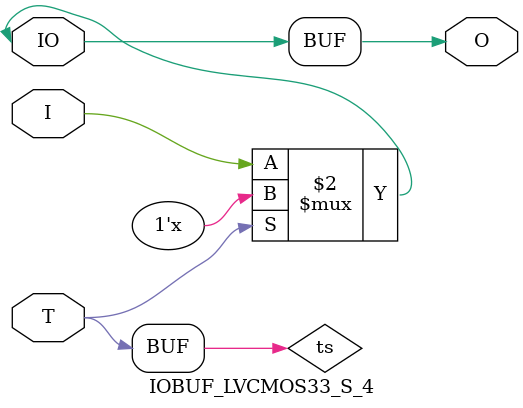
<source format=v>

/*

FUNCTION    : INPUT TRI-STATE OUTPUT BUFFER

*/

`celldefine
`timescale  100 ps / 10 ps

module IOBUF_LVCMOS33_S_4 (O, IO, I, T);

    output O;

    inout  IO;

    input  I, T;

    or O1 (ts, 1'b0, T);
    bufif0 T1 (IO, I, ts);

    buf B1 (O, IO);

endmodule

</source>
